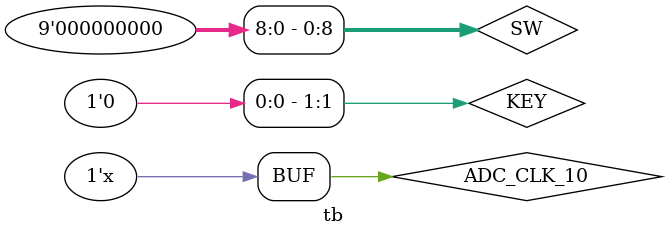
<source format=v>
`include "detectorDeDiabetes.v"

module tb;

	reg [0:9] SW;
	reg [0:1] KEY;//[0] - Clear / [1] - Proximo
	reg ADC_CLK_10;
	wire [0:6] HEX5, HEX4, HEX3, HEX2, HEX1, HEX0;
	wire [0:9] LEDR;

	task preencher;
		input [3:0] num;

		begin
			if(num >= 0 && num <= 9)
			begin
				SW[num] = 1;
				#10;
				SW[num] = 0;
				#10;
			end
		end
	endtask
	
	task proximo;
	
		begin
			KEY[1] = 1;
			#10;
			KEY[1] = 0;
			#10;
		end
	endtask
	
	task clear;
	
		begin
			KEY[0] = 1;
			#10;
			KEY[0] = 0;
			#10;
		end
	endtask

	detectorDeDiabetes detectorDeDiabetes(.SW(SW), .KEY(KEY), .ADC_CLK_10(ADC_CLK_10), .HEX5(HEX5), .HEX4(HEX4), .HEX3(HEX3), .HEX2(HEX2), .HEX1(HEX1), .HEX0(HEX0), .LEDR(LEDR));	

	initial
	begin
		$display("iniciou TB");
		preencher(6);
		proximo();
		preencher(1);
		preencher(4);
		preencher(8);
		proximo();
		preencher(7);
		preencher(2);
		proximo();
		preencher(3);
		preencher(5);
		proximo();
		preencher(0);
		proximo();
		preencher(3);
		preencher(7);
		proximo();
		preencher(6);
		preencher(2);
		preencher(7);
		proximo();
		preencher(5);
		preencher(0);
		proximo();
		$display("Terminou TB");
	end
	
	always
		#1 ADC_CLK_10 = ~ADC_CLK_10;
endmodule
</source>
